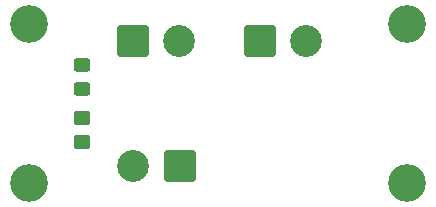
<source format=gbr>
%TF.GenerationSoftware,KiCad,Pcbnew,8.0.2*%
%TF.CreationDate,2025-01-10T12:21:57+08:00*%
%TF.ProjectId,LED_driver,4c45445f-6472-4697-9665-722e6b696361,rev?*%
%TF.SameCoordinates,Original*%
%TF.FileFunction,Soldermask,Top*%
%TF.FilePolarity,Negative*%
%FSLAX46Y46*%
G04 Gerber Fmt 4.6, Leading zero omitted, Abs format (unit mm)*
G04 Created by KiCad (PCBNEW 8.0.2) date 2025-01-10 12:21:57*
%MOMM*%
%LPD*%
G01*
G04 APERTURE LIST*
G04 Aperture macros list*
%AMRoundRect*
0 Rectangle with rounded corners*
0 $1 Rounding radius*
0 $2 $3 $4 $5 $6 $7 $8 $9 X,Y pos of 4 corners*
0 Add a 4 corners polygon primitive as box body*
4,1,4,$2,$3,$4,$5,$6,$7,$8,$9,$2,$3,0*
0 Add four circle primitives for the rounded corners*
1,1,$1+$1,$2,$3*
1,1,$1+$1,$4,$5*
1,1,$1+$1,$6,$7*
1,1,$1+$1,$8,$9*
0 Add four rect primitives between the rounded corners*
20,1,$1+$1,$2,$3,$4,$5,0*
20,1,$1+$1,$4,$5,$6,$7,0*
20,1,$1+$1,$6,$7,$8,$9,0*
20,1,$1+$1,$8,$9,$2,$3,0*%
G04 Aperture macros list end*
%ADD10RoundRect,0.250001X1.099999X1.099999X-1.099999X1.099999X-1.099999X-1.099999X1.099999X-1.099999X0*%
%ADD11C,2.700000*%
%ADD12RoundRect,0.250001X-1.099999X-1.099999X1.099999X-1.099999X1.099999X1.099999X-1.099999X1.099999X0*%
%ADD13C,3.200000*%
%ADD14RoundRect,0.250000X0.450000X-0.325000X0.450000X0.325000X-0.450000X0.325000X-0.450000X-0.325000X0*%
%ADD15RoundRect,0.250000X-0.450000X0.350000X-0.450000X-0.350000X0.450000X-0.350000X0.450000X0.350000X0*%
G04 APERTURE END LIST*
D10*
%TO.C,J3*%
X116257500Y-80550000D03*
D11*
X112297500Y-80550000D03*
%TD*%
D12*
%TO.C,J2*%
X122992500Y-69950000D03*
D11*
X126952500Y-69950000D03*
%TD*%
D12*
%TO.C,J1*%
X112242500Y-69950000D03*
D11*
X116202500Y-69950000D03*
%TD*%
D13*
%TO.C,H3*%
X103500000Y-82000000D03*
%TD*%
D14*
%TO.C,D1*%
X108000000Y-74025000D03*
X108000000Y-71975000D03*
%TD*%
D13*
%TO.C,H1*%
X103500000Y-68500000D03*
%TD*%
%TO.C,H2*%
X135500000Y-68500000D03*
%TD*%
D15*
%TO.C,R1*%
X108000000Y-76500000D03*
X108000000Y-78500000D03*
%TD*%
D13*
%TO.C,H4*%
X135500000Y-82000000D03*
%TD*%
M02*

</source>
